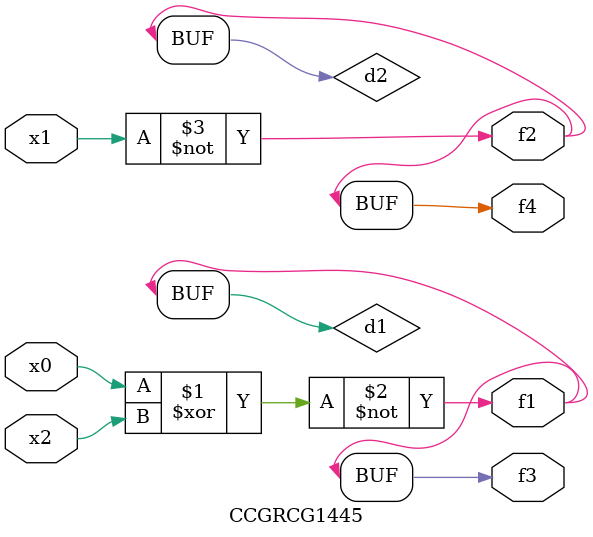
<source format=v>
module CCGRCG1445(
	input x0, x1, x2,
	output f1, f2, f3, f4
);

	wire d1, d2, d3;

	xnor (d1, x0, x2);
	nand (d2, x1);
	nor (d3, x1, x2);
	assign f1 = d1;
	assign f2 = d2;
	assign f3 = d1;
	assign f4 = d2;
endmodule

</source>
